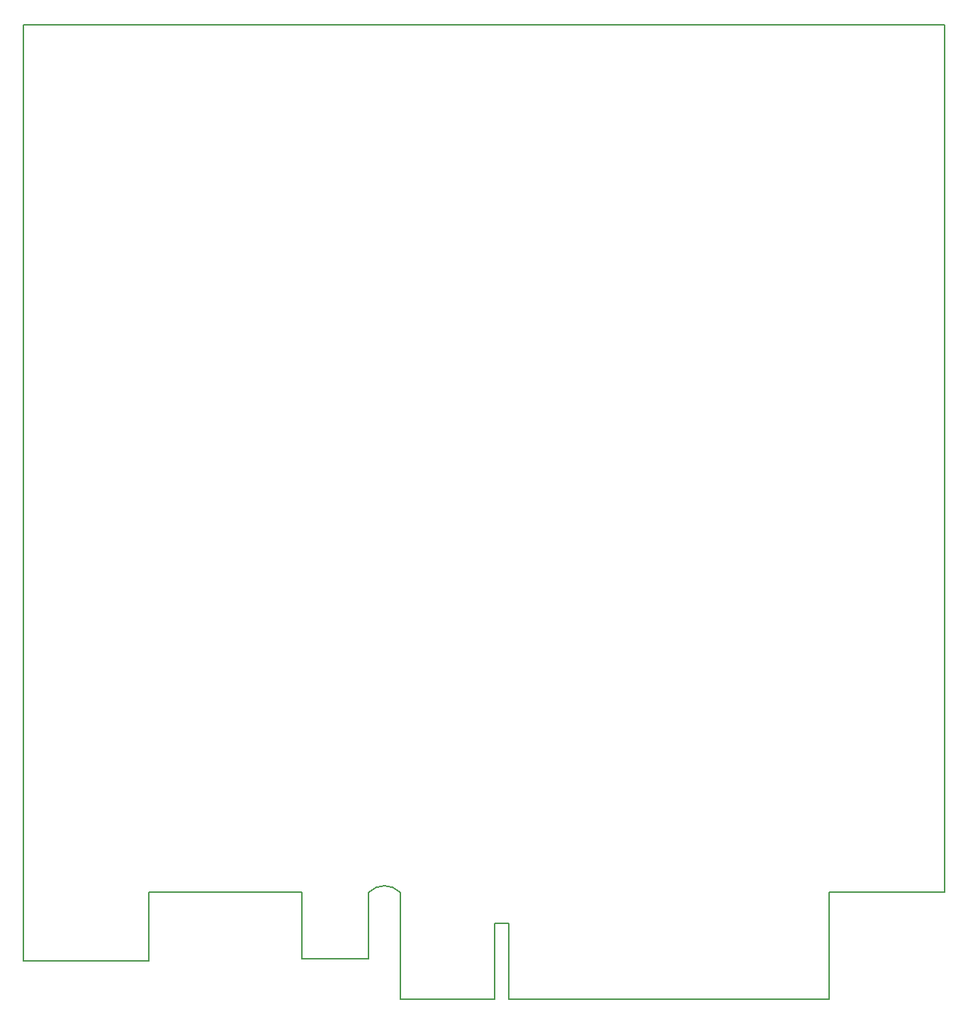
<source format=gbr>
G04 (created by PCBNEW (2013-07-07 BZR 4022)-stable) date 16-12-2015 04:21:19 PM*
%MOIN*%
G04 Gerber Fmt 3.4, Leading zero omitted, Abs format*
%FSLAX34Y34*%
G01*
G70*
G90*
G04 APERTURE LIST*
%ADD10C,0.00590551*%
%ADD11C,0.00393701*%
G04 APERTURE END LIST*
G54D10*
X78011Y-14566D02*
X78011Y-14625D01*
X34704Y-12598D02*
X78011Y-12598D01*
X78011Y-53346D02*
X78011Y-12598D01*
X73248Y-53346D02*
X78011Y-53346D01*
X72588Y-53346D02*
X73248Y-53346D01*
X34803Y-56594D02*
X34704Y-56594D01*
X40600Y-53356D02*
X40610Y-53356D01*
X40600Y-56594D02*
X40600Y-53356D01*
X52406Y-53351D02*
G75*
G03X50939Y-53361I-728J-738D01*
G74*
G01*
X34724Y-56594D02*
X40600Y-56594D01*
G54D11*
X34704Y-56594D02*
X34714Y-56594D01*
G54D10*
X34704Y-12598D02*
X34704Y-56594D01*
X72588Y-58375D02*
X72588Y-53356D01*
X57539Y-58375D02*
X72588Y-58375D01*
X57539Y-54832D02*
X57539Y-58375D01*
X56850Y-54832D02*
X57539Y-54832D01*
X56850Y-58375D02*
X56850Y-54832D01*
X52421Y-58375D02*
X56850Y-58375D01*
X52421Y-53366D02*
X52421Y-58375D01*
X50935Y-56496D02*
X50935Y-53366D01*
X47785Y-56496D02*
X50935Y-56496D01*
X47785Y-53356D02*
X47785Y-56496D01*
X40600Y-53356D02*
X47785Y-53356D01*
M02*

</source>
